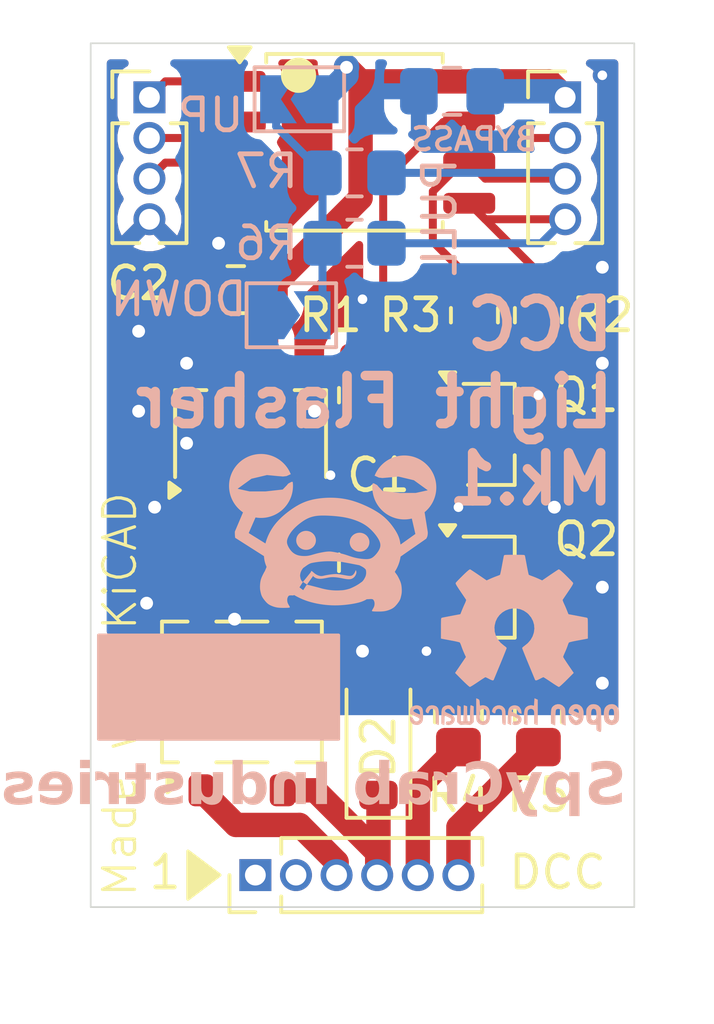
<source format=kicad_pcb>
(kicad_pcb (version 20241229) (generator "pcbnew") (generator_version "9.0")
  (layers (0 "F.Cu" signal) (2 "B.Cu" signal) (13 "F.Paste" user) (15 "B.Paste" user) (5 "F.SilkS" user "F.Silkscreen") (7 "B.SilkS" user "B.Silkscreen") (1 "F.Mask" user) (3 "B.Mask" user) (25 "Edge.Cuts" user))
  (net 0 "")
  (net 1 "Net-(D1-+)")
  (net 2 "GND")
  (net 3 "+5V")
  (net 4 "Left Rail")
  (net 5 "Right Rail")
  (net 6 "Net-(D2-A)")
  (net 7 "Net-(J1-Pin_1)")
  (net 8 "Net-(J1-Pin_2)")
  (net 9 "Net-(J1-Pin_3)")
  (net 10 "PB1")
  (net 11 "PB0")
  (net 12 "INT0")
  (net 15 "DCC Pin5")
  (net 16 "DCC Pin6")
  (net 17 "Net-(JP1-B)")
  (net 18 "Net-(Q1-B)")
  (net 19 "Net-(Q1-C)")
  (net 20 "Net-(Q2-C)")
  (net 21 "Net-(Q2-B)")
  (footprint "Resistor_SMD:R_0805_2012Metric_Pad1.20x1.40mm_HandSolder" (layer "F.Cu") (at 103.5 86.5 90)
    (property "Reference" "R2")
    (property "Value" "1k")
  )
  (footprint "Capacitor_SMD:C_0805_2012Metric_Pad1.18x1.45mm_HandSolder" (layer "F.Cu") (at 94.0375 85.7 180)
    (property "Reference" "C2")
    (property "Value" "22u")
  )
  (footprint "Package_SO:SOIC-8_5.3x5.3mm_P1.27mm" (layer "F.Cu") (at 97.75 81.095)
    (property "Reference" "U1")
    (property "Value" "ATtiny85-20S")
  )
  (footprint "Capacitor_SMD:C_0805_2012Metric_Pad1.18x1.45mm_HandSolder" (layer "F.Cu") (at 98 94.2375 90)
    (property "Reference" "C1")
    (property "Value" "10u")
  )
  (footprint "Package_TO_SOT_SMD:TO-269AA" (layer "F.Cu") (at 94.23 98.275 90)
    (property "Reference" "D1")
    (property "Value" "B05S")
  )
  (footprint "Package_TO_SOT_SMD:SOT-23_Handsoldering" (layer "F.Cu") (at 102 90.225)
    (property "Reference" "Q1")
    (property "Value" "Q_NPN_BEC")
  )
  (footprint "Connector_PinHeader_1.27mm:PinHeader_1x06_P1.27mm_Vertical" (layer "F.Cu") (at 94.65 104 90)
    (property "Reference" "J3")
    (property "Value" "Conn_01x06")
  )
  (footprint "Diode_SMD:D_SOD-123" (layer "F.Cu") (at 98.5 99.85 90)
    (property "Reference" "D2")
    (property "Value" "D")
  )
  (footprint "Resistor_SMD:R_0805_2012Metric_Pad1.20x1.40mm_HandSolder" (layer "F.Cu") (at 101.5 86.5 90)
    (property "Reference" "R3")
    (property "Value" "1k")
  )
  (footprint "Connector_PinHeader_1.27mm:PinHeader_1x04_P1.27mm_Vertical" (layer "F.Cu") (at 104.3375 79.69)
    (property "Reference" "J2")
    (property "Value" "Conn_01x04")
  )
  (footprint "Connector_PinHeader_1.27mm:PinHeader_1x04_P1.27mm_Vertical" (layer "F.Cu") (at 91.3375 79.69)
    (property "Reference" "J1")
    (property "Value" "Conn_01x04")
  )
  (footprint "Package_TO_SOT_SMD:SOT-89-3_Handsoldering" (layer "F.Cu") (at 94.5 90.2 90)
    (property "Reference" "U2")
    (property "Value" "LDI1117-05U")
  )
  (footprint "Package_TO_SOT_SMD:SOT-23_Handsoldering" (layer "F.Cu") (at 102 95)
    (property "Reference" "Q2")
    (property "Value" "Q_NPN_BEC")
  )
  (footprint "Resistor_SMD:R_0805_2012Metric_Pad1.20x1.40mm_HandSolder" (layer "F.Cu") (at 101 99 90)
    (property "Reference" "R4")
    (property "Value" "1k")
  )
  (footprint "Resistor_SMD:R_0805_2012Metric_Pad1.20x1.40mm_HandSolder" (layer "F.Cu") (at 98 89 90)
    (property "Reference" "R1")
    (property "Value" "READ")
  )
  (footprint "Resistor_SMD:R_0805_2012Metric_Pad1.20x1.40mm_HandSolder" (layer "F.Cu") (at 103.5 99 90)
    (property "Reference" "R5")
    (property "Value" "1k")
  )
  (footprint "Jumper:SolderJumper-2_P1.3mm_Open_TrianglePad1.0x1.5mm" (layer "B.Cu") (at 96.025 79.75 180)
    (property "Reference" "UP")
    (property "Value" "UP")
  )
  (footprint "Resistor_SMD:R_0805_2012Metric_Pad1.20x1.40mm_HandSolder" (layer "B.Cu") (at 97.75 82.05)
    (property "Reference" "R7")
    (property "Value" "PULL")
  )
  (footprint "Symbol:OSHW-Logo2_7.3x6mm_SilkScreen" (layer "B.Cu") (at 102.75 96.75 180)
    (property "Reference" "REF**" (hide yes))
    (property "Value" "OSHW-Logo2_7.3x6mm_SilkScreen" (hide yes))
  )
  (footprint "Capacitor_SMD:C_0805_2012Metric_Pad1.18x1.45mm_HandSolder" (layer "B.Cu") (at 100.8 79.5)
    (property "Reference" "C3")
    (property "Value" "BYPASS")
  )
  (footprint "Resistor_SMD:R_0805_2012Metric_Pad1.20x1.40mm_HandSolder" (layer "B.Cu") (at 97.75 84.25)
    (property "Reference" "R6")
    (property "Value" "PULL")
  )
  (footprint "Jumper:SolderJumper-2_P1.3mm_Open_TrianglePad1.0x1.5mm" (layer "B.Cu") (at 95.775 86.5)
    (property "Reference" "DOWN")
    (property "Value" "DOWN")
  )
  (gr_poly (pts (xy 93.541361 104) (xy 92.541361 103.25) (xy 92.541361 104.75)) (stroke (width 0.1)) (fill yes) (layer "F.SilkS"))
  (gr_circle (center 96 79) (end 96.5 79) (stroke (width 0.1)) (fill yes) (layer "F.SilkS"))
  (gr_poly (pts (xy 94.945879 94.499506) (xy 94.94573 94.499717) (xy 94.945579 94.499921) (xy 94.945425 94.50012) (xy 94.945271 94.500316) (xy 94.945117 94.500513) (xy 94.944963 94.500713) (xy 94.944812 94.500919) (xy 94.944738 94.501025) (xy 94.944664 94.501134) (xy 94.937679 94.511994) (xy 94.930577 94.523738) (xy 94.923385 94.536238) (xy 94.91613 94.549369) (xy 94.908839 94.563005) (xy 94.901539 94.577019) (xy 94.887019 94.605676) (xy 94.872799 94.63452) (xy 94.865887 94.648986) (xy 94.859154 94.663506) (xy 94.852638 94.678098) (xy 94.846375 94.69278) (xy 94.840399 94.707571) (xy 94.834749 94.72249) (xy 94.829453 94.737574) (xy 94.824518 94.752946) (xy 94.819944 94.768751) (xy 94.81573 94.785132) (xy 94.811877 94.802233) (xy 94.808384 94.820199) (xy 94.80525 94.839175) (xy 94.802477 94.859303) (xy 94.800067 94.880648) (xy 94.798044 94.902949) (xy 94.796435 94.925863) (xy 94.795267 94.949047) (xy 94.794568 94.972159) (xy 94.794364 94.994857) (xy 94.794683 95.016797) (xy 94.795552 95.037638) (xy 94.796199 95.047551) (xy 94.796981 95.057128) (xy 94.798915 95.075375) (xy 94.801281 95.092577) (xy 94.804008 95.108934) (xy 94.807022 95.124641) (xy 94.810253 95.139898) (xy 94.817075 95.169853) (xy 94.82426 95.2002) (xy 94.828349 95.215746) (xy 94.833032 95.231626) (xy 94.838509 95.247902) (xy 94.841606 95.256209) (xy 94.844976 95.264638) (xy 94.848642 95.273198) (xy 94.852631 95.281896) (xy 94.856966 95.290742) (xy 94.861672 95.299741) (xy 94.866764 95.308897) (xy 94.872218 95.318184) (xy 94.877997 95.327572) (xy 94.884069 95.337031) (xy 94.896946 95.356039) (xy 94.91057 95.374966) (xy 94.924663 95.393569) (xy 94.938945 95.411605) (xy 94.953138 95.428831) (xy 94.966963 95.445004) (xy 94.980213 95.45994) (xy 94.992977 95.473697) (xy 94.999228 95.48017) (xy 95.005418 95.486392) (xy 95.011567 95.492378) (xy 95.017696 95.498142) (xy 95.023825 95.503699) (xy 95.029974 95.509063) (xy 95.036164 95.514249) (xy 95.042415 95.519272) (xy 95.048746 95.524146) (xy 95.055179 95.528885) (xy 95.061733 95.533506) (xy 95.068429 95.538021) (xy 95.082298 95.546779) (xy 95.096796 95.555196) (xy 95.111907 95.563288) (xy 95.127612 95.571074) (xy 95.143894 95.578572) (xy 95.160734 95.5858) (xy 95.178115 95.592776) (xy 95.196018 95.599516) (xy 95.214442 95.606026) (xy 95.233441 95.612256) (xy 95.253089 95.618143) (xy 95.273458 95.623624) (xy 95.294619 95.628636) (xy 95.316645 95.633118) (xy 95.339608 95.637006) (xy 95.363579 95.640237) (xy 95.388572 95.642773) (xy 95.414355 95.64467) (xy 95.440643 95.646008) (xy 95.467147 95.64687) (xy 95.493578 95.647335) (xy 95.51965 95.647485) (xy 95.569562 95.647162) (xy 95.614757 95.646395) (xy 95.635136 95.645815) (xy 95.653831 95.645054) (xy 95.670688 95.644078) (xy 95.685555 95.642849) (xy 95.698276 95.641331) (xy 95.703785 95.640452) (xy 95.7087 95.639488) (xy 95.71093 95.638972) (xy 95.713011 95.638433) (xy 95.714945 95.63787) (xy 95.716736 95.637282) (xy 95.718389 95.636669) (xy 95.719906 95.63603) (xy 95.721291 95.635364) (xy 95.722547 95.63467) (xy 95.723678 95.633949) (xy 95.724688 95.633198) (xy 95.72558 95.632418) (xy 95.726358 95.631608) (xy 95.727024 95.630767) (xy 95.727584 95.629894) (xy 95.728039 95.628989) (xy 95.728394 95.62805) (xy 95.728652 95.627078) (xy 95.728817 95.626071) (xy 95.728892 95.62503) (xy 95.728881 95.623952) (xy 95.728787 95.622837) (xy 95.728614 95.621686) (xy 95.728365 95.620496) (xy 95.728044 95.619268) (xy 95.727199 95.616693) (xy 95.726108 95.613954) (xy 95.724798 95.611047) (xy 95.723299 95.607965) (xy 95.71982 95.601279) (xy 95.715791 95.593963) (xy 95.70648 95.577801) (xy 95.696161 95.560197) (xy 95.685627 95.541872) (xy 95.680518 95.532636) (xy 95.675599 95.523327) (xy 95.670914 95.513875) (xy 95.666509 95.504206) (xy 95.664425 95.499268) (xy 95.662428 95.494249) (xy 95.660523 95.489139) (xy 95.658716 95.483931) (xy 95.657012 95.478615) (xy 95.655418 95.473181) (xy 95.653938 95.467622) (xy 95.652579 95.461928) (xy 95.651345 95.456094) (xy 95.650239 95.450136) (xy 95.64926 95.444071) (xy 95.648411 95.43792) (xy 95.647692 95.431702) (xy 95.647105 95.425435) (xy 95.646651 95.419138) (xy 95.646331 95.412832) (xy 95.646146 95.406534) (xy 95.646097 95.400265) (xy 95.646185 95.394043) (xy 95.646413 95.387887) (xy 95.646779 95.381817) (xy 95.647287 95.375852) (xy 95.647937 95.37001) (xy 95.648729 95.364311) (xy 95.649665 95.358771) (xy 95.650736 95.353391) (xy 95.651933 95.348168) (xy 95.653248 95.343101) (xy 95.65467 95.338186) (xy 95.656192 95.333423) (xy 95.657804 95.328808) (xy 95.659498 95.324339) (xy 95.661263 95.320015) (xy 95.663091 95.315833) (xy 95.664974 95.31179) (xy 95.666901 95.307884) (xy 95.668864 95.304114) (xy 95.670854 95.300477) (xy 95.674878 95.293592) (xy 95.6769 95.290341) (xy 95.678947 95.287219) (xy 95.681046 95.28423) (xy 95.683222 95.281376) (xy 95.685502 95.278663) (xy 95.687911 95.276092) (xy 95.690475 95.273667) (xy 95.693221 95.271393) (xy 95.696174 95.269271) (xy 95.699359 95.267306) (xy 95.702804 95.265501) (xy 95.706534 95.263859) (xy 95.710575 95.262384) (xy 95.714953 95.26108) (xy 95.719693 95.259948) (xy 95.724823 95.258994) (xy 95.730352 95.258218) (xy 95.736237 95.257608) (xy 95.742416 95.257151) (xy 95.748831 95.256834) (xy 95.762127 95.256564) (xy 95.775649 95.25669) (xy 95.788919 95.257104) (xy 95.801458 95.257699) (xy 95.82244 95.258994) (xy 95.824764 95.25914) (xy 95.825848 95.259194) (xy 95.826877 95.259232) (xy 95.827846 95.259248) (xy 95.828752 95.259238) (xy 95.829592 95.259199) (xy 95.829986 95.259167) (xy 95.830363 95.259126) (xy 95.830721 95.259076) (xy 95.831061 95.259016) (xy 95.831381 95.258945) (xy 95.831682 95.258864) (xy 95.831964 95.258771) (xy 95.832225 95.258666) (xy 95.832465 95.258548) (xy 95.832684 95.258418) (xy 95.832882 95.258275) (xy 95.833057 95.258117) (xy 95.833211 95.257945) (xy 95.833341 95.257758) (xy 95.833449 95.257555) (xy 95.833533 95.257337) (xy 95.833593 95.257102) (xy 95.833628 95.25685) (xy 95.941735 95.225069) (xy 95.013885 94.336234)) (fill yes) (layer "B.SilkS"))
  (gr_poly (pts (xy 96.219574 93.240344) (xy 96.203917 93.241489) (xy 96.188487 93.243375) (xy 96.173305 93.245984) (xy 96.158389 93.249295) (xy 96.143759 93.253292) (xy 96.129433 93.257955) (xy 96.115433 93.263266) (xy 96.101776 93.269205) (xy 96.088482 93.275755) (xy 96.075571 93.282897) (xy 96.063063 93.290611) (xy 96.050975 93.29888) (xy 96.039328 93.307685) (xy 96.028141 93.317007) (xy 96.017434 93.326828) (xy 96.007226 93.337128) (xy 95.997535 93.34789) (xy 95.988383 93.359094) (xy 95.979787 93.370722) (xy 95.971768 93.382756) (xy 95.964344 93.395177) (xy 95.957536 93.407965) (xy 95.951362 93.421103) (xy 95.945841 93.434572) (xy 95.940994 93.448352) (xy 95.93684 93.462427) (xy 95.933397 93.476776) (xy 95.930686 93.491382) (xy 95.928725 93.506225) (xy 95.927535 93.521287) (xy 95.927133 93.53655) (xy 95.927535 93.551812) (xy 95.928725 93.566875) (xy 95.930686 93.581718) (xy 95.933397 93.596323) (xy 95.93684 93.610673) (xy 95.940994 93.624747) (xy 95.945841 93.638528) (xy 95.951362 93.651997) (xy 95.957536 93.665135) (xy 95.964344 93.677923) (xy 95.971768 93.690343) (xy 95.979787 93.702377) (xy 95.988383 93.714005) (xy 95.997535 93.72521) (xy 96.007226 93.735972) (xy 96.017434 93.746272) (xy 96.028141 93.756093) (xy 96.039328 93.765415) (xy 96.050975 93.774219) (xy 96.063063 93.782488) (xy 96.075571 93.790203) (xy 96.088482 93.797345) (xy 96.101776 93.803895) (xy 96.115433 93.809834) (xy 96.129433 93.815145) (xy 96.143759 93.819808) (xy 96.158389 93.823804) (xy 96.173305 93.827116) (xy 96.188487 93.829724) (xy 96.203917 93.831611) (xy 96.219574 93.832756) (xy 96.235439 93.833142) (xy 96.251305 93.832756) (xy 96.266962 93.831611) (xy 96.282391 93.829724) (xy 96.297574 93.827116) (xy 96.31249 93.823804) (xy 96.32712 93.819808) (xy 96.341445 93.815145) (xy 96.355446 93.809834) (xy 96.369103 93.803895) (xy 96.382396 93.797345) (xy 96.395307 93.790203) (xy 96.407816 93.782488) (xy 96.419904 93.774219) (xy 96.431551 93.765415) (xy 96.442738 93.756093) (xy 96.453445 93.746272) (xy 96.463653 93.735972) (xy 96.473343 93.72521) (xy 96.482496 93.714005) (xy 96.491092 93.702377) (xy 96.499111 93.690343) (xy 96.506535 93.677923) (xy 96.513343 93.665135) (xy 96.519517 93.651997) (xy 96.525038 93.638528) (xy 96.529885 93.624747) (xy 96.534039 93.610673) (xy 96.537482 93.596323) (xy 96.540193 93.581718) (xy 96.542154 93.566875) (xy 96.543344 93.551812) (xy 96.543746 93.53655) (xy 96.543344 93.521287) (xy 96.542154 93.506225) (xy 96.540193 93.491382) (xy 96.537482 93.476776) (xy 96.534039 93.462427) (xy 96.529885 93.448352) (xy 96.525038 93.434572) (xy 96.519517 93.421103) (xy 96.513343 93.407965) (xy 96.506535 93.395177) (xy 96.499111 93.382756) (xy 96.491092 93.370722) (xy 96.482496 93.359094) (xy 96.473343 93.34789) (xy 96.463653 93.337128) (xy 96.453445 93.326828) (xy 96.442738 93.317007) (xy 96.431551 93.307685) (xy 96.419904 93.29888) (xy 96.407816 93.290611) (xy 96.395307 93.282897) (xy 96.382396 93.275755) (xy 96.369103 93.269205) (xy 96.355446 93.263266) (xy 96.341445 93.257955) (xy 96.32712 93.253292) (xy 96.31249 93.249295) (xy 96.297574 93.245984) (xy 96.282391 93.243375) (xy 96.266962 93.241489) (xy 96.251305 93.240344) (xy 96.235439 93.239958)) (fill yes) (layer "B.SilkS"))
  (gr_poly (pts (xy 99.512705 92.785527) (xy 99.542678 92.856995) (xy 99.653368 93.33663) (xy 99.204791 93.65705) (xy 99.172984 93.673664) (xy 99.177945 93.761307) (xy 99.194818 93.754047) (xy 99.173734 94.05607) (xy 99.99464 93.484218) (xy 100.007648 93.459024) (xy 100.013831 93.44631) (xy 100.019581 93.433441) (xy 100.022244 93.426929) (xy 100.024737 93.420357) (xy 100.02704 93.413716) (xy 100.029134 93.407) (xy 100.030997 93.400202) (xy 100.032609 93.393313) (xy 100.03395 93.386328) (xy 100.034999 93.379238) (xy 100.037106 93.366533) (xy 100.038818 93.353708) (xy 100.040148 93.340796) (xy 100.041107 93.327832) (xy 100.041709 93.314848) (xy 100.041964 93.301879) (xy 100.041885 93.288957) (xy 100.041484 93.276117) (xy 99.941594 92.654088)) (fill yes) (layer "B.SilkS"))
  (gr_poly (pts (xy 97.892139 93.299023) (xy 97.876481 93.300168) (xy 97.861052 93.302054) (xy 97.84587 93.304663) (xy 97.830954 93.307975) (xy 97.816323 93.311971) (xy 97.801998 93.316634) (xy 97.787997 93.321945) (xy 97.774341 93.327884) (xy 97.761047 93.334434) (xy 97.748136 93.341576) (xy 97.735627 93.34929) (xy 97.72354 93.357559) (xy 97.711893 93.366364) (xy 97.700706 93.375686) (xy 97.689999 93.385507) (xy 97.67979 93.395807) (xy 97.6701 93.406569) (xy 97.660948 93.417773) (xy 97.652352 93.429402) (xy 97.644333 93.441435) (xy 97.636909 93.453856) (xy 97.6301 93.466644) (xy 97.623926 93.479782) (xy 97.618406 93.493251) (xy 97.613559 93.507032) (xy 97.609404 93.521106) (xy 97.605962 93.535455) (xy 97.60325 93.550061) (xy 97.60129 93.564904) (xy 97.600099 93.579966) (xy 97.599698 93.595229) (xy 97.600099 93.610492) (xy 97.60129 93.625554) (xy 97.60325 93.640397) (xy 97.605962 93.655003) (xy 97.609404 93.669352) (xy 97.613559 93.683426) (xy 97.618406 93.697207) (xy 97.623926 93.710676) (xy 97.6301 93.723814) (xy 97.636909 93.736602) (xy 97.644333 93.749023) (xy 97.652352 93.761056) (xy 97.660948 93.772685) (xy 97.6701 93.783889) (xy 97.67979 93.794651) (xy 97.689999 93.804951) (xy 97.700706 93.814772) (xy 97.711893 93.824094) (xy 97.72354 93.832899) (xy 97.735627 93.841168) (xy 97.748136 93.848882) (xy 97.761047 93.856024) (xy 97.774341 93.862574) (xy 97.787997 93.868513) (xy 97.801998 93.873824) (xy 97.816323 93.878487) (xy 97.830954 93.882483) (xy 97.84587 93.885795) (xy 97.861052 93.888404) (xy 97.876481 93.89029) (xy 97.892139 93.891435) (xy 97.908004 93.891821) (xy 97.923869 93.891435) (xy 97.939526 93.89029) (xy 97.954956 93.888404) (xy 97.970138 93.885795) (xy 97.985054 93.882483) (xy 97.999685 93.878487) (xy 98.01401 93.873824) (xy 98.028011 93.868513) (xy 98.041667 93.862574) (xy 98.054961 93.856024) (xy 98.067872 93.848882) (xy 98.080381 93.841168) (xy 98.092468 93.832899) (xy 98.104115 93.824094) (xy 98.115302 93.814772) (xy 98.126009 93.804951) (xy 98.136218 93.794651) (xy 98.145908 93.783889) (xy 98.15506 93.772685) (xy 98.163656 93.761056) (xy 98.171675 93.749023) (xy 98.179099 93.736602) (xy 98.185908 93.723814) (xy 98.192082 93.710676) (xy 98.197602 93.697207) (xy 98.202449 93.683426) (xy 98.206604 93.669352) (xy 98.210046 93.655003) (xy 98.212758 93.640397) (xy 98.214718 93.625554) (xy 98.215909 93.610492) (xy 98.21631 93.595229) (xy 98.215909 93.579966) (xy 98.214718 93.564904) (xy 98.212758 93.550061) (xy 98.210046 93.535455) (xy 98.206604 93.521106) (xy 98.202449 93.507032) (xy 98.197602 93.493251) (xy 98.192082 93.479782) (xy 98.185908 93.466644) (xy 98.179099 93.453856) (xy 98.171675 93.441435) (xy 98.163656 93.429402) (xy 98.15506 93.417773) (xy 98.145908 93.406569) (xy 98.136218 93.395807) (xy 98.126009 93.385507) (xy 98.115302 93.375686) (xy 98.104115 93.366364) (xy 98.092468 93.357559) (xy 98.080381 93.34929) (xy 98.067872 93.341576) (xy 98.054961 93.334434) (xy 98.041667 93.327884) (xy 98.028011 93.321945) (xy 98.01401 93.316634) (xy 97.999685 93.311971) (xy 97.985054 93.307975) (xy 97.970138 93.304663) (xy 97.954956 93.302054) (xy 97.939526 93.300168) (xy 97.923869 93.299023) (xy 97.908004 93.298637)) (fill yes) (layer "B.SilkS"))
  (gr_poly (pts (xy 98.108398 95.342761) (xy 98.147595 95.377358) (xy 98.232912 95.372733) (xy 98.237408 95.371698) (xy 98.245397 95.371432) (xy 98.253424 95.37125) (xy 98.261417 95.371181) (xy 98.269301 95.371254) (xy 98.277002 95.371494) (xy 98.284444 95.371932) (xy 98.291554 95.372594) (xy 98.294961 95.373018) (xy 98.298257 95.373509) (xy 98.300872 95.373963) (xy 98.303387 95.374463) (xy 98.305805 95.375007) (xy 98.308128 95.375594) (xy 98.310362 95.376225) (xy 98.312507 95.376899) (xy 98.314569 95.377615) (xy 98.31655 95.378374) (xy 98.318453 95.379174) (xy 98.320282 95.380015) (xy 98.322039 95.380898) (xy 98.323729 95.38182) (xy 98.325354 95.382783) (xy 98.326917 95.383785) (xy 98.328422 95.384827) (xy 98.329872 95.385907) (xy 98.331271 95.387025) (xy 98.33262 95.388182) (xy 98.335187 95.390606) (xy 98.337598 95.393177) (xy 98.33988 95.39589) (xy 98.342058 95.398743) (xy 98.344158 95.401732) (xy 98.346206 95.404854) (xy 98.348228 95.408106) (xy 98.352251 95.414989) (xy 98.356201 95.422394) (xy 98.360007 95.430339) (xy 98.361833 95.434519) (xy 98.363596 95.438841) (xy 98.365286 95.443307) (xy 98.366896 95.447919) (xy 98.368416 95.452681) (xy 98.369837 95.457593) (xy 98.37115 95.462659) (xy 98.372346 95.46788) (xy 98.373416 95.473259) (xy 98.374351 95.478799) (xy 98.375144 95.484498) (xy 98.375793 95.490339) (xy 98.376301 95.496305) (xy 98.376668 95.502375) (xy 98.376895 95.508531) (xy 98.376983 95.514753) (xy 98.376935 95.521022) (xy 98.376749 95.52732) (xy 98.375975 95.539923) (xy 98.375388 95.54619) (xy 98.374669 95.552408) (xy 98.37382 95.558559) (xy 98.372842 95.564624) (xy 98.371735 95.570582) (xy 98.370501 95.576416) (xy 98.369142 95.58211) (xy 98.367662 95.58767) (xy 98.366068 95.593103) (xy 98.364364 95.598419) (xy 98.362558 95.603627) (xy 98.360653 95.608736) (xy 98.358655 95.613756) (xy 98.356572 95.618694) (xy 98.352166 95.628363) (xy 98.347481 95.637815) (xy 98.342562 95.647124) (xy 98.337454 95.65636) (xy 98.33221 95.665569) (xy 98.32692 95.674689) (xy 98.3166 95.692302) (xy 98.307289 95.708473) (xy 98.303261 95.715792) (xy 98.299782 95.72248) (xy 98.298282 95.725561) (xy 98.296974 95.728467) (xy 98.295884 95.731205) (xy 98.29543 95.732511) (xy 98.295041 95.733778) (xy 98.294721 95.735005) (xy 98.294473 95.736194) (xy 98.294301 95.737345) (xy 98.294208 95.738458) (xy 98.294198 95.739534) (xy 98.294274 95.740575) (xy 98.29444 95.74158) (xy 98.2947 95.742551) (xy 98.295056 95.743489) (xy 98.295512 95.744393) (xy 98.296073 95.745264) (xy 98.296741 95.746105) (xy 98.297519 95.746914) (xy 98.298412 95.747693) (xy 98.299423 95.748442) (xy 98.300555 95.749163) (xy 98.301813 95.749855) (xy 98.303198 95.75052) (xy 98.304716 95.751159) (xy 98.306369 95.751772) (xy 98.308161 95.752359) (xy 98.310096 95.752921) (xy 98.312176 95.75346) (xy 98.314406 95.753976) (xy 98.324829 95.75582) (xy 98.337548 95.757341) (xy 98.35241 95.758574) (xy 98.369262 95.759555) (xy 98.387952 95.76032) (xy 98.408327 95.760905) (xy 98.453519 95.761676) (xy 98.503431 95.761999) (xy 98.529502 95.761849) (xy 98.555934 95.761384) (xy 98.582438 95.760523) (xy 98.608725 95.759184) (xy 98.634509 95.757287) (xy 98.659501 95.754751) (xy 98.671618 95.753221) (xy 98.683474 95.751519) (xy 98.70644 95.747628) (xy 98.72847 95.743142) (xy 98.749636 95.738125) (xy 98.770009 95.732639) (xy 98.789661 95.726748) (xy 98.808664 95.720516) (xy 98.827088 95.714005) (xy 98.844992 95.707264) (xy 98.862373 95.700288) (xy 98.879213 95.693061) (xy 98.895495 95.685563) (xy 98.9112 95.677777) (xy 98.92631 95.669684) (xy 98.940809 95.661268) (xy 98.947823 95.656933) (xy 98.954677 95.65251) (xy 98.961373 95.647995) (xy 98.967926 95.643375) (xy 98.974358 95.638637) (xy 98.980688 95.633764) (xy 98.986936 95.628743) (xy 98.993124 95.623559) (xy 98.999271 95.618198) (xy 99.005398 95.612643) (xy 99.011524 95.606882) (xy 99.017671 95.600899) (xy 99.030107 95.588208) (xy 99.042869 95.574453) (xy 99.056118 95.559518) (xy 99.069944 95.543345) (xy 99.084139 95.52612) (xy 99.098426 95.508084) (xy 99.112523 95.489481) (xy 99.126153 95.470553) (xy 99.139034 95.451545) (xy 99.145107 95.442086) (xy 99.150888 95.432698) (xy 99.156342 95.423411) (xy 99.161435 95.414255) (xy 99.16614 95.405255) (xy 99.170475 95.396409) (xy 99.174462 95.387709) (xy 99.178127 95.379148) (xy 99.181494 95.370717) (xy 99.184589 95.362408) (xy 99.187437 95.354214) (xy 99.190061 95.346127) (xy 99.19474 95.330243) (xy 99.198825 95.314692) (xy 99.206005 95.284341) (xy 99.212827 95.254387) (xy 99.216058 95.23913) (xy 99.219073 95.223422) (xy 99.2218 95.207066) (xy 99.224166 95.189864) (xy 99.2261 95.171616) (xy 99.227529 95.152127) (xy 99.228398 95.131287) (xy 99.228717 95.109349) (xy 99.228513 95.086656) (xy 99.227814 95.063548) (xy 99.226646 95.040369) (xy 99.225037 95.017459) (xy 99.223014 94.995161) (xy 99.220604 94.973817) (xy 99.21783 94.953689) (xy 99.214697 94.934713) (xy 99.211204 94.916747) (xy 99.20735 94.899646) (xy 99.203137 94.883265) (xy 99.198563 94.86746) (xy 99.193628 94.852088) (xy 99.188332 94.837004) (xy 99.182681 94.822084) (xy 99.176706 94.80729) (xy 99.170442 94.792604) (xy 99.163926 94.778007) (xy 99.157194 94.763483) (xy 99.150282 94.749013) (xy 99.136061 94.720163) (xy 99.121542 94.691507) (xy 99.114242 94.677493) (xy 99.106951 94.663857) (xy 99.099696 94.650726) (xy 99.092504 94.638226) (xy 99.085402 94.626482) (xy 99.078416 94.615622) (xy 99.077064 94.613619) (xy 99.075703 94.611669) (xy 99.074321 94.609785) (xy 99.073619 94.60887) (xy 99.072909 94.607975) (xy 99.072188 94.607101) (xy 99.071455 94.606251) (xy 99.070709 94.605424) (xy 99.069949 94.604622) (xy 99.069173 94.603847) (xy 99.06838 94.6031) (xy 99.067569 94.602383) (xy 99.066738 94.601695) (xy 98.993874 94.498808)) (fill yes) (layer "B.SilkS"))
  (gr_poly (pts (xy 96.138415 94.83535) (xy 96.262723 94.921082) (xy 96.46961 94.629911) (xy 96.429457 94.594228) (xy 96.403179 94.505991)) (fill yes) (layer "B.SilkS"))
  (gr_poly (pts (xy 96.912548 92.204758) (xy 96.837154 92.208131) (xy 96.762879 92.213498) (xy 96.68996 92.220794) (xy 96.618633 92.229955) (xy 96.549135 92.240919) (xy 96.481701 92.253622) (xy 96.416378 92.268074) (xy 96.352764 92.284496) (xy 96.290429 92.303131) (xy 96.259606 92.313357) (xy 96.228941 92.324228) (xy 96.198379 92.335775) (xy 96.167867 92.34803) (xy 96.13735 92.361023) (xy 96.106776 92.374784) (xy 96.076089 92.389345) (xy 96.045237 92.404737) (xy 96.014164 92.420989) (xy 95.982817 92.438133) (xy 95.918897 92.475358) (xy 95.853601 92.516312) (xy 95.78762 92.560511) (xy 95.721642 92.607472) (xy 95.656355 92.65671) (xy 95.592448 92.707742) (xy 95.53061 92.760083) (xy 95.471531 92.813252) (xy 95.41548 92.867103) (xy 95.388513 92.8944) (xy 95.362247 92.92199) (xy 95.336676 92.949903) (xy 95.311798 92.978174) (xy 95.287607 93.006835) (xy 95.2641 93.035918) (xy 95.241272 93.065457) (xy 95.21912 93.095483) (xy 95.197639 93.12603) (xy 95.176825 93.15713) (xy 95.156674 93.188817) (xy 95.137182 93.221122) (xy 95.118345 93.254078) (xy 95.100158 93.287719) (xy 95.082673 93.321905) (xy 95.065957 93.35647) (xy 95.050029 93.391399) (xy 95.034907 93.42668) (xy 95.02061 93.4623) (xy 95.007156 93.498247) (xy 94.994565 93.534508) (xy 94.982856 93.571069) (xy 94.972047 93.607918) (xy 94.962157 93.645043) (xy 94.953204 93.68243) (xy 94.945208 93.720066) (xy 94.938188 93.757939) (xy 94.932161 93.796036) (xy 94.927148 93.834344) (xy 94.923166 93.872851) (xy 94.920266 93.91133) (xy 94.91855 93.949603) (xy 94.918112 93.98773) (xy 94.919049 94.025771) (xy 94.921458 94.063785) (xy 94.925434 94.101831) (xy 94.931073 94.139968) (xy 94.938472 94.178257) (xy 94.947727 94.216756) (xy 94.958933 94.255524) (xy 94.972187 94.294622) (xy 94.987585 94.334109) (xy 95.005223 94.374043) (xy 95.025197 94.414485) (xy 95.047603 94.455493) (xy 95.072537 94.497128) (xy 95.100033 94.539312) (xy 95.129933 94.581836) (xy 95.162046 94.624559) (xy 95.196181 94.667341) (xy 95.232146 94.71004) (xy 95.269751 94.752516) (xy 95.308805 94.794629) (xy 95.349116 94.836238) (xy 95.390494 94.877203) (xy 95.432747 94.917382) (xy 95.475684 94.956635) (xy 95.519114 94.994822) (xy 95.562847 95.031802) (xy 95.60669 95.067434) (xy 95.650454 95.101577) (xy 95.693946 95.134092) (xy 95.737246 95.164972) (xy 95.780566 95.194336) (xy 95.823911 95.222224) (xy 95.867289 95.24868) (xy 95.910705 95.273746) (xy 95.954166 95.297464) (xy 95.997679 95.319876) (xy 96.041249 95.341025) (xy 96.084884 95.360952) (xy 96.128589 95.379701) (xy 96.172371 95.397313) (xy 96.216237 95.413832) (xy 96.260193 95.429298) (xy 96.304245 95.443754) (xy 96.392663 95.469808) (xy 96.482206 95.492593) (xy 96.573306 95.512469) (xy 96.665594 95.529413) (xy 96.7587 95.543404) (xy 96.852252 95.554417) (xy 96.945882 95.56243) (xy 97.03922 95.567419) (xy 97.131894 95.569362) (xy 97.224348 95.568213) (xy 97.316565 95.564178) (xy 97.407491 95.557617) (xy 97.496072 95.548886) (xy 97.581254 95.538346) (xy 97.661982 95.526353) (xy 97.737201 95.513266) (xy 97.805858 95.499444) (xy 97.869069 95.484654) (xy 97.89955 95.476515) (xy 97.929493 95.467701) (xy 97.959054 95.458076) (xy 97.988392 95.447505) (xy 98.017664 95.435852) (xy 98.047029 95.422983) (xy 98.076644 95.408761) (xy 98.106666 95.393053) (xy 98.137254 95.375722) (xy 98.168566 95.356634) (xy 98.200758 95.335653) (xy 98.23399 95.312644) (xy 98.268418 95.287472) (xy 98.3042 95.260001) (xy 98.380665 95.197799) (xy 98.462517 95.127017) (xy 98.547517 95.049407) (xy 98.633424 94.966718) (xy 98.717997 94.880703) (xy 98.759084 94.836994) (xy 98.798998 94.79311) (xy 98.837458 94.749269) (xy 98.874185 94.705691) (xy 98.908899 94.662593) (xy 98.941319 94.620195) (xy 98.971232 94.578675) (xy 98.991042 94.549367) (xy 98.114594 94.549367) (xy 98.113983 94.565786) (xy 98.112622 94.582163) (xy 98.110504 94.598446) (xy 98.107621 94.614582) (xy 98.103965 94.630518) (xy 98.099529 94.646203) (xy 98.094304 94.661585) (xy 98.088284 94.67661) (xy 98.081461 94.691227) (xy 98.073827 94.705384) (xy 98.06221 94.727398) (xy 98.056152 94.738228) (xy 98.04989 94.748903) (xy 98.043399 94.759394) (xy 98.03665 94.769672) (xy 98.029617 94.77971) (xy 98.022274 94.78948) (xy 98.014592 94.798953) (xy 98.006545 94.8081) (xy 97.998105 94.816894) (xy 97.989247 94.825307) (xy 97.979942 94.833309) (xy 97.970164 94.840873) (xy 97.959886 94.847971) (xy 97.94908 94.854574) (xy 97.929386 94.869339) (xy 97.909362 94.88366) (xy 97.889027 94.897549) (xy 97.8684 94.91102) (xy 97.82635 94.936754) (xy 97.783366 94.960964) (xy 97.739604 94.983749) (xy 97.695219 95.00521) (xy 97.650365 95.025447) (xy 97.605199 95.044562) (xy 97.570584 95.054957) (xy 97.535797 95.064688) (xy 97.500822 95.073554) (xy 97.465643 95.081353) (xy 97.430242 95.087885) (xy 97.412454 95.090612) (xy 97.394605 95.092948) (xy 97.376692 95.094866) (xy 97.358715 95.096341) (xy 97.34067 95.097349) (xy 97.322555 95.097863) (xy 97.285193 95.100628) (xy 97.244868 95.102228) (xy 97.204556 95.102846) (xy 97.164272 95.1025) (xy 97.124028 95.101208) (xy 97.08384 95.098987) (xy 97.04372 95.095855) (xy 97.003682 95.091828) (xy 96.96374 95.086925) (xy 96.923907 95.081164) (xy 96.884197 95.074561) (xy 96.805202 95.058901) (xy 96.726863 95.040085) (xy 96.649289 95.018255) (xy 96.462655 94.970052) (xy 96.369166 94.946743) (xy 96.275539 94.924876) (xy 96.275565 94.924671) (xy 96.262749 94.920925) (xy 96.257272 94.928676) (xy 96.257298 94.928702) (xy 96.256908 94.929219) (xy 96.256728 94.929479) (xy 96.254118 94.932967) (xy 96.251638 94.935758) (xy 96.251533 94.935888) (xy 96.249021 94.937811) (xy 96.246601 94.93985) (xy 96.242014 94.94425) (xy 96.237733 94.949036) (xy 96.233715 94.954155) (xy 96.229921 94.959554) (xy 96.226308 94.965181) (xy 96.222838 94.970985) (xy 96.219467 94.976911) (xy 96.212865 94.988925) (xy 96.206176 95.000802) (xy 96.202696 95.006559) (xy 96.199072 95.012124) (xy 96.195262 95.017446) (xy 96.191227 95.022471) (xy 96.146087 95.093733) (xy 96.028885 95.005831) (xy 96.134874 94.840002) (xy 96.138698 94.835454) (xy 96.134564 94.833155) (xy 96.13455 94.833147) (xy 96.134536 94.833139) (xy 96.134523 94.833131) (xy 96.134511 94.833123) (xy 96.134486 94.833106) (xy 96.134461 94.833089) (xy 96.134437 94.833072) (xy 96.134412 94.833055) (xy 96.134399 94.833047) (xy 96.134386 94.833039) (xy 96.134373 94.833032) (xy 96.134359 94.833025) (xy 96.128303 94.829772) (xy 96.122584 94.826223) (xy 96.117189 94.822392) (xy 96.112106 94.818291) (xy 96.107325 94.813935) (xy 96.102831 94.809337) (xy 96.098614 94.804511) (xy 96.094662 94.799471) (xy 96.090963 94.794229) (xy 96.087504 94.7888) (xy 96.081262 94.777436) (xy 96.07584 94.765486) (xy 96.071142 94.75306) (xy 96.067074 94.740266) (xy 96.063539 94.727215) (xy 96.060442 94.714015) (xy 96.057688 94.700775) (xy 96.048188 94.649599) (xy 96.048741 94.632252) (xy 96.050187 94.614909) (xy 96.052502 94.597613) (xy 96.055664 94.580404) (xy 96.059647 94.563324) (xy 96.064429 94.546416) (xy 96.069986 94.529722) (xy 96.076294 94.513282) (xy 96.08333 94.49714) (xy 96.09107 94.481336) (xy 96.09949 94.465913) (xy 96.108567 94.450912) (xy 96.118278 94.436376) (xy 96.128598 94.422346) (xy 96.139504 94.408864) (xy 96.150973 94.395971) (xy 96.166535 94.385702) (xy 96.181946 94.375099) (xy 96.212497 94.353272) (xy 96.242999 94.331255) (xy 96.273826 94.309811) (xy 96.289479 94.299543) (xy 96.305352 94.289703) (xy 96.321494 94.280388) (xy 96.33795 94.271694) (xy 96.354768 94.263715) (xy 96.371993 94.256547) (xy 96.389674 94.250285) (xy 96.407856 94.245025) (xy 96.476362 94.231744) (xy 96.545184 94.220246) (xy 96.614278 94.210548) (xy 96.6836 94.202666) (xy 96.753104 94.196619) (xy 96.822746 94.192422) (xy 96.892482 94.190095) (xy 96.962267 94.189653) (xy 96.962266 94.189653) (xy 96.982209 94.189877) (xy 97.002151 94.190258) (xy 97.022092 94.190795) (xy 97.042029 94.191488) (xy 97.138618 94.194087) (xy 97.186883 94.196) (xy 97.235075 94.198742) (xy 97.283154 94.202628) (xy 97.331081 94.207973) (xy 97.378817 94.215093) (xy 97.4026 94.219417) (xy 97.426321 94.224302) (xy 97.54517 94.24567) (xy 97.663808 94.268169) (xy 97.900866 94.314323) (xy 97.956097 94.34212) (xy 97.983593 94.356727) (xy 97.997126 94.364382) (xy 98.010445 94.37234) (xy 98.023497 94.380649) (xy 98.036229 94.389361) (xy 98.048589 94.398526) (xy 98.060523 94.408193) (xy 98.071979 94.418413) (xy 98.082903 94.429236) (xy 98.093243 94.440713) (xy 98.102946 94.452893) (xy 98.106672 94.468468) (xy 98.109695 94.484314) (xy 98.112006 94.500379) (xy 98.113598 94.516611) (xy 98.114463 94.532958) (xy 98.114594 94.549367) (xy 98.991042 94.549367) (xy 98.998687 94.538056) (xy 99.023796 94.498331) (xy 99.046673 94.45949) (xy 99.067429 94.421525) (xy 99.086179 94.384427) (xy 99.103034 94.348187) (xy 99.118107 94.312797) (xy 99.131512 94.278247) (xy 99.143361 94.244529) (xy 99.153767 94.211634) (xy 99.162843 94.179553) (xy 99.170701 94.148278) (xy 99.177455 94.117799) (xy 99.183217 94.088108) (xy 99.1881 94.059196) (xy 99.192206 94.031047) (xy 99.195589 94.003628) (xy 99.198289 93.976907) (xy 99.200347 93.95085) (xy 99.201803 93.925426) (xy 99.202699 93.900601) (xy 99.203073 93.876342) (xy 99.202968 93.852618) (xy 99.201478 93.806639) (xy 99.198555 93.762402) (xy 99.194521 93.719646) (xy 99.191767 93.695912) (xy 98.558375 93.695912) (xy 98.557302 93.713035) (xy 98.55509 93.73018) (xy 98.551723 93.74738) (xy 98.547183 93.764666) (xy 98.541334 93.782272) (xy 98.534129 93.800335) (xy 98.525688 93.818741) (xy 98.516131 93.837376) (xy 98.505577 93.856126) (xy 98.494146 93.874877) (xy 98.481958 93.893514) (xy 98.469131 93.911925) (xy 98.455786 93.929995) (xy 98.442042 93.94761) (xy 98.428018 93.964656) (xy 98.413835 93.981019) (xy 98.399611 93.996585) (xy 98.385466 94.01124) (xy 98.37152 94.024871) (xy 98.357892 94.037362) (xy 98.344564 94.048762) (xy 98.331389 94.059214) (xy 98.318293 94.068748) (xy 98.305202 94.077396) (xy 98.292045 94.085188) (xy 98.278748 94.092154) (xy 98.265237 94.098327) (xy 98.251439 94.103736) (xy 98.237281 94.108413) (xy 98.222689 94.112388) (xy 98.207591 94.115692) (xy 98.191913 94.118355) (xy 98.175582 94.120409) (xy 98.158525 94.121885) (xy 98.140668 94.122812) (xy 98.121938 94.123223) (xy 98.081165 94.12251) (xy 98.036391 94.119854) (xy 97.988783 94.115452) (xy 97.939512 94.109498) (xy 97.889746 94.102191) (xy 97.840654 94.093725) (xy 97.793405 94.084297) (xy 97.74917 94.074104) (xy 97.708099 94.063234) (xy 97.669149 94.051743) (xy 97.631692 94.039775) (xy 97.595104 94.027478) (xy 97.522024 94.002478) (xy 97.48428 93.990066) (xy 97.444899 93.977909) (xy 97.403412 93.966126) (xy 97.360289 93.954802) (xy 97.316307 93.944025) (xy 97.272245 93.933885) (xy 97.228881 93.924471) (xy 97.186993 93.915872) (xy 97.110759 93.901479) (xy 97.077708 93.895854) (xy 97.047584 93.891346) (xy 97.019451 93.887996) (xy 97.005841 93.886767) (xy 96.992379 93.885842) (xy 96.978948 93.885226) (xy 96.965433 93.884922) (xy 96.951715 93.884938) (xy 96.937679 93.885276) (xy 96.923208 93.885942) (xy 96.908186 93.886941) (xy 96.876019 93.889956) (xy 96.840519 93.894344) (xy 96.802167 93.899995) (xy 96.761741 93.906749) (xy 96.720019 93.914444) (xy 96.677779 93.92292) (xy 96.635798 93.932016) (xy 96.594855 93.941571) (xy 96.555729 93.951425) (xy 96.518978 93.961415) (xy 96.484318 93.971355) (xy 96.419318 93.99029) (xy 96.387999 93.998887) (xy 96.356816 94.006639) (xy 96.32528 94.013346) (xy 96.309227 94.016246) (xy 96.292903 94.018811) (xy 96.276185 94.021017) (xy 96.259036 94.022857) (xy 96.241521 94.024329) (xy 96.223705 94.02543) (xy 96.187426 94.026514) (xy 96.15072 94.026089) (xy 96.114103 94.02414) (xy 96.09599 94.022588) (xy 96.078095 94.020648) (xy 96.06048 94.018318) (xy 96.043212 94.015596) (xy 96.026355 94.012479) (xy 96.009974 94.008967) (xy 95.993979 94.005004) (xy 95.978238 94.000541) (xy 95.962757 93.995574) (xy 95.94754 93.990104) (xy 95.932592 93.984128) (xy 95.917916 93.977645) (xy 95.903517 93.970655) (xy 95.889399 93.963155) (xy 95.875568 93.955144) (xy 95.862026 93.946621) (xy 95.84878 93.937585) (xy 95.835832 93.928034) (xy 95.823188 93.917968) (xy 95.810851 93.907384) (xy 95.798827 93.896281) (xy 95.787119 93.884659) (xy 95.775599 93.872353) (xy 95.76417 93.859263) (xy 95.752892 93.845481) (xy 95.741822 93.831097) (xy 95.731018 93.816204) (xy 95.720537 93.800894) (xy 95.710437 93.785259) (xy 95.700777 93.76939) (xy 95.691613 93.753379) (xy 95.683003 93.737317) (xy 95.675006 93.721298) (xy 95.667679 93.705411) (xy 95.661079 93.68975) (xy 95.655265 93.674406) (xy 95.650294 93.65947) (xy 95.646224 93.645035) (xy 95.643048 93.631015) (xy 95.640701 93.617242) (xy 95.639153 93.603686) (xy 95.638374 93.590315) (xy 95.638332 93.577099) (xy 95.638998 93.564007) (xy 95.640341 93.551008) (xy 95.642331 93.538071) (xy 95.644937 93.525166) (xy 95.648128 93.51226) (xy 95.651875 93.499325) (xy 95.656147 93.486328) (xy 95.660913 93.473239) (xy 95.666144 93.460027) (xy 95.671808 93.446661) (xy 95.677875 93.43311) (xy 95.691221 93.405215) (xy 95.706388 93.376176) (xy 95.723622 93.346038) (xy 95.733091 93.330572) (xy 95.74317 93.314849) (xy 95.753889 93.298875) (xy 95.765279 93.282656) (xy 95.777371 93.266197) (xy 95.790196 93.249504) (xy 95.803785 93.232584) (xy 95.818168 93.215442) (xy 95.833376 93.198084) (xy 95.849441 93.180516) (xy 95.866453 93.162689) (xy 95.884419 93.144606) (xy 95.922823 93.107989) (xy 95.963875 93.0713) (xy 96.0068 93.035178) (xy 96.050818 93.000258) (xy 96.095154 92.967178) (xy 96.13903 92.936575) (xy 96.160553 92.922401) (xy 96.181669 92.909086) (xy 96.202408 92.896603) (xy 96.222882 92.884861) (xy 96.243112 92.873832) (xy 96.263122 92.863493) (xy 96.282934 92.853818) (xy 96.30257 92.844782) (xy 96.322054 92.836361) (xy 96.341408 92.82853) (xy 96.360654 92.821263) (xy 96.379817 92.814536) (xy 96.398917 92.808323) (xy 96.417978 92.8026) (xy 96.437023 92.797342) (xy 96.456074 92.792523) (xy 96.494285 92.784106) (xy 96.523249 92.77876) (xy 96.552771 92.774186) (xy 96.58304 92.770354) (xy 96.614246 92.767237) (xy 96.646576 92.764809) (xy 96.68022 92.763039) (xy 96.715365 92.761902) (xy 96.752202 92.761368) (xy 96.752202 92.761367) (xy 96.777792 92.761334) (xy 96.804271 92.761547) (xy 96.831697 92.762001) (xy 96.860129 92.762685) (xy 96.920127 92.764741) (xy 96.983733 92.767759) (xy 97.050079 92.771808) (xy 97.118298 92.776956) (xy 97.187525 92.783271) (xy 97.256891 92.79082) (xy 97.325531 92.799671) (xy 97.392577 92.809892) (xy 97.457512 92.821561) (xy 97.520405 92.834663) (xy 97.581272 92.849132) (xy 97.640127 92.864898) (xy 97.696985 92.881894) (xy 97.751861 92.900051) (xy 97.80477 92.9193) (xy 97.855727 92.939574) (xy 97.904919 92.960915) (xy 97.928939 92.972052) (xy 97.952594 92.983529) (xy 97.975895 92.995368) (xy 97.998858 93.007591) (xy 98.021494 93.02022) (xy 98.043816 93.033276) (xy 98.065839 93.046783) (xy 98.087575 93.060761) (xy 98.109037 93.075232) (xy 98.130239 93.090219) (xy 98.151194 93.105744) (xy 98.171915 93.121828) (xy 98.192415 93.138494) (xy 98.212707 93.155762) (xy 98.23287 93.173717) (xy 98.252931 93.192371) (xy 98.272829 93.211641) (xy 98.292503 93.231446) (xy 98.311891 93.251702) (xy 98.330932 93.272326) (xy 98.349565 93.293237) (xy 98.367728 93.314351) (xy 98.38536 93.335587) (xy 98.4024 93.35686) (xy 98.418786 93.378089) (xy 98.434457 93.399191) (xy 98.449351 93.420084) (xy 98.463408 93.440684) (xy 98.476566 93.46091) (xy 98.488763 93.480678) (xy 98.5 93.5) (xy 98.510306 93.518965) (xy 98.519665 93.537604) (xy 98.528058 93.555948) (xy 98.535468 93.57403) (xy 98.541878 93.59188) (xy 98.547272 93.609532) (xy 98.55163 93.627016) (xy 98.554937 93.644365) (xy 98.557175 93.661609) (xy 98.558327 93.678781) (xy 98.558375 93.695912) (xy 99.191767 93.695912) (xy 99.189702 93.678108) (xy 99.184294 93.637519) (xy 99.177972 93.597479) (xy 99.170274 93.557536) (xy 99.165765 93.537459) (xy 99.160739 93.517236) (xy 99.155137 93.496811) (xy 99.148903 93.476126) (xy 99.141979 93.455125) (xy 99.134306 93.433752) (xy 99.125827 93.41195) (xy 99.116485 93.389662) (xy 99.106221 93.366831) (xy 99.094979 93.3434) (xy 99.082654 93.319249) (xy 99.069224 93.294359) (xy 99.039287 93.24277) (xy 99.005653 93.189439) (xy 98.968805 93.135173) (xy 98.929227 93.08078) (xy 98.887403 93.027065) (xy 98.865799 93.000714) (xy 98.843816 92.974836) (xy 98.821513 92.94953) (xy 98.79895 92.924899) (xy 98.776066 92.900904) (xy 98.752727 92.877421) (xy 98.72889 92.854419) (xy 98.704512 92.831864) (xy 98.679551 92.809725) (xy 98.653962 92.787971) (xy 98.627702 92.766569) (xy 98.600729 92.745488) (xy 98.572999 92.724695) (xy 98.544469 92.70416) (xy 98.515096 92.683849) (xy 98.484836 92.663732) (xy 98.421484 92.623949) (xy 98.354068 92.584557) (xy 98.282189 92.54526) (xy 98.206206 92.506256) (xy 98.126912 92.468033) (xy 98.045101 92.431076) (xy 97.961564 92.395874) (xy 97.877094 92.362912) (xy 97.792484 92.332678) (xy 97.708526 92.30566) (xy 97.625519 92.282177) (xy 97.543242 92.262116) (xy 97.46171 92.245309) (xy 97.380938 92.231589) (xy 97.300941 92.22079) (xy 97.221734 92.212744) (xy 97.143332 92.207284) (xy 97.065749 92.204245) (xy 96.988825 92.203441)) (fill yes) (layer "B.SilkS"))
  (gr_rect (start 89.75 96.5) (end 97.25 99.75) (stroke (width 0.1)) (fill yes) (layer "B.SilkS"))
  (gr_poly (pts (xy 94.008512 93.262841) (xy 94.008048 93.287126) (xy 94.00811 93.311387) (xy 94.008666 93.335626) (xy 94.009683 93.359845) (xy 94.011131 93.384043) (xy 94.012977 93.408224) (xy 94.015189 93.432388) (xy 94.017736 93.456537) (xy 94.930872 94.037623) (xy 94.97699 93.641008) (xy 94.976991 93.641008) (xy 94.442022 93.308959) (xy 94.663388 92.801661) (xy 94.294444 92.589518)) (fill yes) (layer "B.SilkS"))
  (gr_poly (pts (xy 94.777173 90.837309) (xy 94.727922 90.840973) (xy 94.679089 90.847038) (xy 94.630757 90.85547) (xy 94.583008 90.866236) (xy 94.535923 90.879302) (xy 94.489584 90.894633) (xy 94.444073 90.912196) (xy 94.399473 90.931956) (xy 94.355865 90.953881) (xy 94.313332 90.977935) (xy 94.271954 91.004085) (xy 94.231815 91.032297) (xy 94.192996 91.062537) (xy 94.155579 91.094771) (xy 94.119645 91.128965) (xy 94.08545 91.164897) (xy 94.053216 91.202313) (xy 94.022975 91.241132) (xy 93.994761 91.28127) (xy 93.96861 91.322647) (xy 93.944555 91.36518) (xy 93.92263 91.408788) (xy 93.902868 91.453387) (xy 93.885304 91.498897) (xy 93.869971 91.545236) (xy 93.856905 91.59232) (xy 93.846137 91.64007) (xy 93.837704 91.688401) (xy 93.831637 91.737233) (xy 93.827973 91.786484) (xy 93.826743 91.836072) (xy 93.827972 91.885663) (xy 93.831637 91.934917) (xy 93.837703 91.983752) (xy 93.846136 92.032086) (xy 93.856903 92.079838) (xy 93.86997 92.126925) (xy 93.885302 92.173265) (xy 93.902867 92.218777) (xy 93.922629 92.263378) (xy 93.944554 92.306987) (xy 93.96861 92.349521) (xy 93.994761 92.390899) (xy 94.022975 92.431038) (xy 94.053217 92.469857) (xy 94.085452 92.507274) (xy 94.119648 92.543206) (xy 94.155582 92.577401) (xy 94.192999 92.609635) (xy 94.231819 92.639875) (xy 94.27196 92.668088) (xy 94.313338 92.694238) (xy 94.355872 92.718292) (xy 94.399481 92.740216) (xy 94.444082 92.759977) (xy 94.489594 92.77754) (xy 94.535933 92.79287) (xy 94.583019 92.805936) (xy 94.63077 92.816701) (xy 94.679103 92.825133) (xy 94.727936 92.831198) (xy 94.777188 92.83486) (xy 94.826776 92.836088) (xy 94.87636 92.834858) (xy 94.925609 92.831194) (xy 94.974439 92.825127) (xy 95.022768 92.816694) (xy 95.070516 92.805926) (xy 95.117599 92.79286) (xy 95.163937 92.777527) (xy 95.209446 92.759963) (xy 95.254045 92.740201) (xy 95.297652 92.718276) (xy 95.340184 92.694221) (xy 95.381561 92.668069) (xy 95.421699 92.639856) (xy 95.460518 92.609615) (xy 95.497934 92.57738) (xy 95.533866 92.543185) (xy 95.56806 92.507252) (xy 95.600294 92.469835) (xy 95.630534 92.431016) (xy 95.658746 92.390877) (xy 95.684896 92.349499) (xy 95.70895 92.306966) (xy 95.730874 92.263358) (xy 95.750635 92.218758) (xy 95.768198 92.173247) (xy 95.783529 92.126909) (xy 95.796595 92.079824) (xy 95.807361 92.032074) (xy 95.815793 91.983742) (xy 95.821858 91.93491) (xy 95.825522 91.885659) (xy 95.82675 91.836072) (xy 95.826585 91.81998) (xy 95.826162 91.803896) (xy 95.82548 91.787823) (xy 95.824539 91.771764) (xy 95.823341 91.755723) (xy 95.821884 91.739702) (xy 95.82017 91.723704) (xy 95.818198 91.707733) (xy 95.777528 91.707733) (xy 95.676087 91.763078) (xy 95.634565 91.813799) (xy 95.505452 91.947537) (xy 94.961247 92.007482) (xy 94.472388 92.007482) (xy 94.09422 91.92449) (xy 94.527734 91.610866) (xy 95.011994 91.495575) (xy 95.34864 91.527873) (xy 95.514676 91.541697) (xy 95.625342 91.527873) (xy 95.745257 91.472528) (xy 95.758228 91.473122) (xy 95.743566 91.437511) (xy 95.727646 91.40269) (xy 95.7105 91.368682) (xy 95.692163 91.335509) (xy 95.672664 91.303193) (xy 95.652039 91.271756) (xy 95.630318 91.241221) (xy 95.607536 91.21161) (xy 95.583723 91.182945) (xy 95.558913 91.155248) (xy 95.533139 91.128543) (xy 95.506432 91.102851) (xy 95.478827 91.078194) (xy 95.450354 91.054595) (xy 95.421047 91.032076) (xy 95.390938 91.010659) (xy 95.360061 90.990366) (xy 95.328446 90.971221) (xy 95.296128 90.953244) (xy 95.263139 90.936459) (xy 95.22951 90.920888) (xy 95.195276 90.906553) (xy 95.160468 90.893476) (xy 95.125119 90.881679) (xy 95.089261 90.871186) (xy 95.052928 90.862017) (xy 95.016152 90.854196) (xy 94.978964 90.847744) (xy 94.941399 90.842685) (xy 94.903488 90.83904) (xy 94.865264 90.836831) (xy 94.82676 90.836081)) (fill yes) (layer "B.SilkS"))
  (gr_poly (pts (xy 97.788023 94.468576) (xy 97.787832 94.468619) (xy 97.787656 94.468695) (xy 97.787496 94.468801) (xy 97.787349 94.468934) (xy 97.787215 94.469091) (xy 97.786983 94.469461) (xy 97.786792 94.469885) (xy 97.786636 94.470336) (xy 97.786397 94.471219) (xy 97.786208 94.471962) (xy 97.786112 94.472312) (xy 97.786006 94.472679) (xy 97.785881 94.473084) (xy 97.785728 94.47355) (xy 97.78554 94.474098) (xy 97.78531 94.474751) (xy 97.784688 94.476462) (xy 97.783798 94.478862) (xy 97.780962 94.486437) (xy 97.780961 94.486437) (xy 97.776376 94.498453) (xy 97.773395 94.505898) (xy 97.769955 94.514088) (xy 97.766057 94.522863) (xy 97.761701 94.532066) (xy 97.759351 94.536777) (xy 97.756886 94.541536) (xy 97.754306 94.546322) (xy 97.751612 94.551114) (xy 97.748804 94.555896) (xy 97.745884 94.560654) (xy 97.742856 94.565379) (xy 97.739723 94.570061) (xy 97.736488 94.574688) (xy 97.733154 94.57925) (xy 97.729725 94.583738) (xy 97.726203 94.588141) (xy 97.722592 94.592448) (xy 97.718895 94.596649) (xy 97.715116 94.600734) (xy 97.711257 94.604692) (xy 97.707321 94.608513) (xy 97.703312 94.612188) (xy 97.699233 94.615704) (xy 97.695087 94.619053) (xy 97.690875 94.622224) (xy 97.686587 94.625216) (xy 97.682212 94.628026) (xy 97.677737 94.630653) (xy 97.673151 94.633095) (xy 97.668442 94.635351) (xy 97.663597 94.63742) (xy 97.658604 94.639298) (xy 97.653453 94.640986) (xy 97.64813 94.642481) (xy 97.642624 94.643781) (xy 97.636924 94.644886) (xy 97.631016 94.645793) (xy 97.624889 94.646502) (xy 97.618531 94.647009) (xy 97.611931 94.647315) (xy 97.605079 94.647419) (xy 97.597985 94.64733) (xy 97.583116 94.646619) (xy 97.567419 94.64527) (xy 97.55099 94.643375) (xy 97.533924 94.64102) (xy 97.516316 94.638296) (xy 97.479859 94.632097) (xy 97.404379 94.618577) (xy 97.366512 94.611842) (xy 97.329307 94.605465) (xy 97.293096 94.599715) (xy 97.275194 94.597181) (xy 97.257293 94.594934) (xy 97.239289 94.593018) (xy 97.221082 94.591478) (xy 97.202569 94.590358) (xy 97.183648 94.589703) (xy 97.164231 94.589547) (xy 97.144286 94.589881) (xy 97.123793 94.590687) (xy 97.102733 94.591945) (xy 97.081087 94.593636) (xy 97.058837 94.595741) (xy 97.035962 94.598241) (xy 97.012443 94.601117) (xy 96.963791 94.607885) (xy 96.91468 94.615724) (xy 96.867302 94.624275) (xy 96.844947 94.628707) (xy 96.823847 94.633184) (xy 96.785699 94.641854) (xy 96.768091 94.645632) (xy 96.751017 94.648741) (xy 96.742577 94.649976) (xy 96.734147 94.650959) (xy 96.725685 94.651664) (xy 96.71715 94.652062) (xy 96.7085 94.652126) (xy 96.699694 94.651827) (xy 96.69069 94.651139) (xy 96.681448 94.650032) (xy 96.671939 94.648487) (xy 96.662185 94.646512) (xy 96.652225 94.644123) (xy 96.642095 94.641336) (xy 96.631831 94.638167) (xy 96.621469 94.634631) (xy 96.611047 94.630746) (xy 96.600602 94.626525) (xy 96.590169 94.621987) (xy 96.579785 94.617146) (xy 96.569487 94.612018) (xy 96.559312 94.60662) (xy 96.549297 94.600966) (xy 96.539477 94.595074) (xy 96.529889 94.588959) (xy 96.520571 94.582637) (xy 96.511552 94.576132) (xy 96.502839 94.569496) (xy 96.494431 94.562792) (xy 96.48633 94.556082) (xy 96.471044 94.542884) (xy 96.45698 94.530393) (xy 96.44414 94.519099) (xy 96.438179 94.514055) (xy 96.432523 94.509493) (xy 96.427173 94.505477) (xy 96.422128 94.502066) (xy 96.41739 94.499322) (xy 96.412957 94.497307) (xy 96.410855 94.49659) (xy 96.408832 94.496067) (xy 96.406889 94.495734) (xy 96.405027 94.495589) (xy 96.403249 94.495626) (xy 96.401557 94.495844) (xy 96.399951 94.496239) (xy 96.398435 94.496806) (xy 96.397009 94.497543) (xy 96.395676 94.498446) (xy 96.394438 94.499512) (xy 96.393295 94.500737) (xy 96.39225 94.502118) (xy 96.391305 94.50365) (xy 96.390462 94.505332) (xy 96.389722 94.507158) (xy 96.389087 94.509127) (xy 96.388559 94.511233) (xy 96.388139 94.513474) (xy 96.38783 94.515847) (xy 96.387634 94.518347) (xy 96.387551 94.520972) (xy 96.387584 94.523717) (xy 96.387735 94.52658) (xy 96.388005 94.529557) (xy 96.388397 94.532644) (xy 96.388911 94.535838) (xy 96.38955 94.539135) (xy 96.390316 94.542532) (xy 96.39121 94.546026) (xy 96.392235 94.549613) (xy 96.393391 94.553289) (xy 96.396101 94.560892) (xy 96.399323 94.568788) (xy 96.403036 94.576929) (xy 96.407217 94.585262) (xy 96.411843 94.593739) (xy 96.416894 94.60231) (xy 96.422345 94.610923) (xy 96.428176 94.619529) (xy 96.434363 94.628077) (xy 96.440884 94.636518) (xy 96.447718 94.644802) (xy 96.454841 94.652877) (xy 96.462232 94.660695) (xy 96.469868 94.668205) (xy 96.477728 94.675356) (xy 96.485787 94.682099) (xy 96.494028 94.688394) (xy 96.502437 94.694244) (xy 96.511005 94.699663) (xy 96.519723 94.704663) (xy 96.528581 94.709259) (xy 96.537569 94.713464) (xy 96.546679 94.717292) (xy 96.5559 94.720756) (xy 96.565222 94.72387) (xy 96.574638 94.726646) (xy 96.584136 94.7291) (xy 96.593707 94.731244) (xy 96.603342 94.733092) (xy 96.613031 94.734657) (xy 96.622765 94.735953) (xy 96.632534 94.736993) (xy 96.64233 94.737791) (xy 96.652156 94.738355) (xy 96.662016 94.738695) (xy 96.671913 94.738819) (xy 96.691834 94.738455) (xy 96.711954 94.737333) (xy 96.732302 94.735523) (xy 96.752912 94.733095) (xy 96.773815 94.73012) (xy 96.795042 94.726666) (xy 96.816595 94.722815) (xy 96.838344 94.718684) (xy 96.881799 94.71009) (xy 96.924133 94.701903) (xy 96.944482 94.698281) (xy 96.964073 94.695143) (xy 96.982802 94.692588) (xy 97.000793 94.6906) (xy 97.018224 94.689134) (xy 97.035272 94.688146) (xy 97.052116 94.68759) (xy 97.068935 94.687424) (xy 97.085907 94.687601) (xy 97.10321 94.688078) (xy 97.12101 94.688825) (xy 97.139422 94.689878) (xy 97.158546 94.691288) (xy 97.178486 94.693105) (xy 97.199343 94.695381) (xy 97.221219 94.698166) (xy 97.244216 94.701512) (xy 97.268436 94.70547) (xy 97.320375 94.715109) (xy 97.374963 94.725919) (xy 97.429551 94.736424) (xy 97.456018 94.7411) (xy 97.48149 94.745146) (xy 97.505706 94.748397) (xy 97.528674 94.750776) (xy 97.550469 94.752225) (xy 97.560951 94.752583) (xy 97.571169 94.752687) (xy 97.581132 94.75253) (xy 97.59085 94.752104) (xy 97.600332 94.751403) (xy 97.609588 94.750419) (xy 97.618627 94.749146) (xy 97.62746 94.747575) (xy 97.636095 94.745701) (xy 97.644542 94.743515) (xy 97.652809 94.741013) (xy 97.660897 94.738197) (xy 97.668805 94.735075) (xy 97.676533 94.731651) (xy 97.684078 94.727931) (xy 97.691442 94.72392) (xy 97.698622 94.719624) (xy 97.705619 94.715049) (xy 97.71243 94.710199) (xy 97.719056 94.705082) (xy 97.725496 94.699702) (xy 97.731749 94.694064) (xy 97.737814 94.688175) (xy 97.74369 94.68204) (xy 97.749377 94.675664) (xy 97.754874 94.669054) (xy 97.760177 94.662218) (xy 97.765278 94.655181) (xy 97.770163 94.64797) (xy 97.774822 94.640613) (xy 97.779242 94.633139) (xy 97.783411 94.625575) (xy 97.787317 94.617948) (xy 97.790949 94.610288) (xy 97.794294 94.602621) (xy 97.79734 94.594975) (xy 97.800076 94.587379) (xy 97.80249 94.57986) (xy 97.804569 94.572446) (xy 97.806302 94.565165) (xy 97.807676 94.558045) (xy 97.80868 94.551114) (xy 97.80931 94.544396) (xy 97.809589 94.537904) (xy 97.80955 94.531648) (xy 97.809224 94.525637) (xy 97.808643 94.519881) (xy 97.80784 94.514389) (xy 97.806845 94.509171) (xy 97.805691 94.504236) (xy 97.80441 94.499595) (xy 97.803033 94.495256) (xy 97.801593 94.491229) (xy 97.80012 94.487524) (xy 97.797207 94.481116) (xy 97.794549 94.47611) (xy 97.793389 94.47415) (xy 97.792349 94.472534) (xy 97.791422 94.471234) (xy 97.790998 94.470695) (xy 97.7906 94.470225) (xy 97.790227 94.469821) (xy 97.789878 94.46948) (xy 97.789552 94.469199) (xy 97.789247 94.468973) (xy 97.788964 94.468801) (xy 97.7887 94.468678) (xy 97.788457 94.468602) (xy 97.788231 94.468569)) (fill yes) (layer "B.SilkS"))
  (gr_poly (pts (xy 99.269718 90.883887) (xy 99.231494 90.886095) (xy 99.193583 90.889741) (xy 99.156018 90.8948) (xy 99.11883 90.901252) (xy 99.082054 90.909073) (xy 99.04572 90.918241) (xy 99.009863 90.928735) (xy 98.974514 90.940532) (xy 98.939706 90.953609) (xy 98.905471 90.967944) (xy 98.871843 90.983515) (xy 98.838854 91.0003) (xy 98.806535 91.018277) (xy 98.774921 91.037422) (xy 98.744043 91.057715) (xy 98.713935 91.079131) (xy 98.684628 91.101651) (xy 98.656155 91.12525) (xy 98.628549 91.149907) (xy 98.601843 91.175599) (xy 98.576068 91.202304) (xy 98.551259 91.230001) (xy 98.527446 91.258666) (xy 98.504663 91.288277) (xy 98.482943 91.318812) (xy 98.462317 91.350249) (xy 98.442819 91.382565) (xy 98.424481 91.415738) (xy 98.407336 91.449746) (xy 98.391416 91.484567) (xy 98.376754 91.520178) (xy 98.389725 91.519584) (xy 98.50964 91.574929) (xy 98.620305 91.588753) (xy 98.786341 91.574929) (xy 99.122987 91.542632) (xy 99.607247 91.657922) (xy 100.040761 91.971546) (xy 99.662593 92.054538) (xy 99.173734 92.054538) (xy 98.629529 91.994594) (xy 98.500416 91.860855) (xy 98.458894 91.810135) (xy 98.357453 91.754789) (xy 98.316783 91.75479) (xy 98.314811 91.770761) (xy 98.313097 91.786759) (xy 98.31164 91.80278) (xy 98.310442 91.818822) (xy 98.309501 91.83488) (xy 98.308819 91.850953) (xy 98.308395 91.867036) (xy 98.308231 91.883128) (xy 98.309459 91.932715) (xy 98.313122 91.981966) (xy 98.319187 92.030798) (xy 98.32762 92.07913) (xy 98.338386 92.12688) (xy 98.351451 92.173965) (xy 98.366783 92.220304) (xy 98.384346 92.265814) (xy 98.404106 92.310414) (xy 98.426031 92.354022) (xy 98.450085 92.396556) (xy 98.476235 92.437933) (xy 98.504447 92.478072) (xy 98.534687 92.516892) (xy 98.566921 92.554309) (xy 98.601115 92.590242) (xy 98.637047 92.624437) (xy 98.674463 92.656672) (xy 98.713282 92.686913) (xy 98.75342 92.715126) (xy 98.794797 92.741277) (xy 98.837329 92.765332) (xy 98.880936 92.787258) (xy 98.925535 92.807019) (xy 98.971044 92.824583) (xy 99.017381 92.839916) (xy 99.064465 92.852983) (xy 99.112213 92.86375) (xy 99.160542 92.872184) (xy 99.209372 92.87825) (xy 99.258621 92.881915) (xy 99.308205 92.883144) (xy 99.357793 92.881917) (xy 99.407045 92.878254) (xy 99.455878 92.872189) (xy 99.504211 92.863757) (xy 99.551961 92.852992) (xy 99.599047 92.839927) (xy 99.645387 92.824596) (xy 99.690898 92.807033) (xy 99.7355 92.787272) (xy 99.779108 92.765348) (xy 99.821643 92.741294) (xy 99.863021 92.715144) (xy 99.903161 92.686931) (xy 99.941981 92.656691) (xy 99.979399 92.624457) (xy 100.015333 92.590262) (xy 100.049529 92.55433) (xy 100.081764 92.516913) (xy 100.112006 92.478094) (xy 100.140219 92.437954) (xy 100.166371 92.396577) (xy 100.190427 92.354043) (xy 100.212352 92.310434) (xy 100.232114 92.265833) (xy 100.249678 92.220321) (xy 100.265011 92.173981) (xy 100.278078 92.126894) (xy 100.288845 92.079142) (xy 100.297278 92.030808) (xy 100.303344 91.981973) (xy 100.307009 91.932719) (xy 100.308238 91.883128) (xy 100.307008 91.83354) (xy 100.303344 91.784289) (xy 100.297277 91.735457) (xy 100.288844 91.687125) (xy 100.278076 91.639376) (xy 100.26501 91.592291) (xy 100.249677 91.545953) (xy 100.232113 91.500443) (xy 100.212351 91.455844) (xy 100.190426 91.412236) (xy 100.166371 91.369703) (xy 100.14022 91.328326) (xy 100.112006 91.288188) (xy 100.081766 91.249369) (xy 100.049531 91.211953) (xy 100.015336 91.176021) (xy 99.979403 91.141827) (xy 99.941985 91.109593) (xy 99.903166 91.079353) (xy 99.863027 91.051141) (xy 99.82165 91.024991) (xy 99.779116 91.000937) (xy 99.735508 90.979012) (xy 99.690908 90.959252) (xy 99.645397 90.941689) (xy 99.599059 90.926358) (xy 99.551974 90.913292) (xy 99.504224 90.902526) (xy 99.455892 90.894094) (xy 99.40706 90.888029) (xy 99.357809 90.884365) (xy 99.308222 90.883137)) (fill yes) (layer "B.SilkS"))
  (gr_rect (start 89.5 78) (end 106.5 105) (stroke (width 0.05)) (fill no) (layer "Edge.Cuts"))
  (gr_text "1" (at 91.25 104.5 0) (layer "F.SilkS") (effects (font (size 1 1)) (justify left bottom)))
  (gr_text "DCC" (at 102.5 104.5 0) (layer "F.SilkS") (effects (font (size 1 1)) (justify left bottom)))
  (gr_text "Made with KiCAD" (at 91 104.75 90) (layer "F.SilkS") (effects (font (size 1 1) (thickness 0.1)) (justify left bottom)))
  (gr_text "DCC\nLight Flasher \nMk.1" (at 106 92.5 0) (layer "B.SilkS") (effects (font (size 1.5 1.5) (thickness 0.3) (bold yes)) (justify left bottom mirror)))
  (gr_text "PULL" (at 101 81.5 90) (layer "B.SilkS") (effects (font (size 1 1)) (justify left bottom mirror)))
  (gr_text "SpyCrab Industries" (at 106.25 102 0) (layer "B.SilkS") (effects (font (size 1.3 1.3) (thickness 0.25) (bold yes)) (justify left bottom mirror)))
  (segment (start 95.5 95.2) (end 97.925 95.2) (width 0.762) (layer "F.Cu") (net 1))
  (segment (start 95.5 95.2) (end 96 94.7) (width 0.762) (layer "F.Cu") (net 1))
  (segment (start 96 94.7) (end 96 92.65) (width 0.762) (layer "F.Cu") (net 1))
  (segment (start 97.925 95.2) (end 98 95.275) (width 0.762) (layer "F.Cu") (net 1))
  (segment (start 98 93.2) (end 98 92.468) (width 0.762) (layer "F.Cu") (net 2))
  (segment (start 101 91.675) (end 100.5 91.175) (width 0.762) (layer "F.Cu") (net 2))
  (segment (start 98 92.468) (end 97.032 91.5) (width 0.762) (layer "F.Cu") (net 2))
  (segment (start 100 97) (end 100 96.45) (width 0.762) (layer "F.Cu") (net 2))
  (segment (start 101 92.5) (end 101 91.675) (width 0.762) (layer "F.Cu") (net 2))
  (segment (start 100 96.45) (end 100.5 95.95) (width 0.762) (layer "F.Cu") (net 2))
  (via (at 92.5 88) (size 0.8) (drill 0.4) (layers "F.Cu" "B.Cu") (net 2))
  (via (at 103.5 89) (size 0.6) (drill 0.3) (layers "F.Cu" "B.Cu") (net 2))
  (via (at 93.5 84.25) (size 0.8) (drill 0.4) (layers "F.Cu" "B.Cu") (net 2))
  (via (at 105.5 98) (size 0.8) (drill 0.4) (layers "F.Cu" "B.Cu") (net 2))
  (via (at 97 91.5) (size 0.6) (drill 0.3) (layers "F.Cu" "B.Cu") (net 2))
  (via (at 105.5 95) (size 0.8) (drill 0.4) (layers "F.Cu" "B.Cu") (net 2))
  (via (at 91 89.5) (size 0.8) (drill 0.4) (layers "F.Cu" "B.Cu") (net 2))
  (via (at 91.5 92.5) (size 0.8) (drill 0.4) (layers "F.Cu" "B.Cu") (net 2))
  (via (at 94 96) (size 0.8) (drill 0.4) (layers "F.Cu" "B.Cu") (net 2))
  (via (at 105.5 88) (size 0.8) (drill 0.4) (layers "F.Cu" "B.Cu") (net 2))
  (via (at 98 97) (size 0.8) (drill 0.4) (layers "F.Cu" "B.Cu") (net 2))
  (via (at 105.5 79) (size 0.6) (drill 0.3) (layers "F.Cu" "B.Cu") (net 2))
  (via (at 101 92.5) (size 0.6) (drill 0.3) (layers "F.Cu" "B.Cu") (net 2))
  (via (at 92.5 90.5) (size 0.8) (drill 0.4) (layers "F.Cu" "B.Cu") (net 2))
  (via (at 100 97) (size 0.6) (drill 0.3) (layers "F.Cu" "B.Cu") (net 2))
  (via (at 91.25 95.5) (size 0.8) (drill 0.4) (layers "F.Cu" "B.Cu") (net 2))
  (via (at 96.5 89.5) (size 0.8) (drill 0.4) (layers "F.Cu" "B.Cu") (net 2))
  (via (at 105.5 85) (size 0.8) (drill 0.4) (layers "F.Cu" "B.Cu") (net 2))
  (via (at 98 86) (size 0.6) (drill 0.3) (layers "F.Cu" "B.Cu") (net 2))
  (via (at 104 92.5) (size 0.8) (drill 0.4) (layers "F.Cu" "B.Cu") (net 2))
  (via (at 91 87) (size 0.8) (drill 0.4) (layers "F.Cu" "B.Cu") (net 2))
  (segment (start 95.075 85.7) (end 97.94 82.835) (width 0.762) (layer "F.Cu") (net 3))
  (segment (start 101.3375 79.19) (end 103.8375 79.19) (width 0.762) (layer "F.Cu") (net 3))
  (segment (start 103.8375 79.19) (end 104.3375 79.69) (width 0.762) (layer "F.Cu") (net 3))
  (segment (start 97.5 78.75) (end 97.94 79.19) (width 0.762) (layer "F.Cu") (net 3))
  (segment (start 97.94 82.835) (end 97.94 79.19) (width 0.762) (layer "F.Cu") (net 3))
  (segment (start 97.94 79.19) (end 101.3375 79.19) (width 0.762) (layer "F.Cu") (net 3))
  (segment (start 94.5 92.5625) (end 94.5 86.275) (width 0.762) (layer "F.Cu") (net 3))
  (segment (start 94.5 86.275) (end 95.075 85.7) (width 0.762) (layer "F.Cu") (net 3))
  (via (at 97.5 78.75) (size 0.8) (drill 0.4) (layers "F.Cu" "B.Cu") (net 3))
  (segment (start 97.5 79) (end 97.5 78.75) (width 0.762) (layer "B.Cu") (net 3))
  (segment (start 96.75 79.75) (end 97.5 79) (width 0.762) (layer "B.Cu") (net 3))
  (segment (start 101.8375 79.5) (end 104.1475 79.5) (width 0.762) (layer "B.Cu") (net 3))
  (segment (start 104.1475 79.5) (end 104.3375 79.69) (width 0.762) (layer "B.Cu") (net 3))
  (segment (start 98.5 103.96) (end 98.46 104) (width 0.762) (layer "F.Cu") (net 4))
  (segment (start 98.46 104) (end 98.46 103.292894) (width 0.762) (layer "F.Cu") (net 4))
  (segment (start 96.517106 101.35) (end 95.5 101.35) (width 0.762) (layer "F.Cu") (net 4))
  (segment (start 98.5 101.5) (end 98.5 103.96) (width 0.762) (layer "F.Cu") (net 4))
  (segment (start 98.46 103.292894) (end 96.517106 101.35) (width 0.762) (layer "F.Cu") (net 4))
  (segment (start 94.042 102.432) (end 92.96 101.35) (width 0.762) (layer "F.Cu") (net 5))
  (segment (start 96.029458 102.432) (end 94.042 102.432) (width 0.762) (layer "F.Cu") (net 5))
  (segment (start 97.19 103.592542) (end 96.029458 102.432) (width 0.762) (layer "F.Cu") (net 5))
  (segment (start 97.19 104) (end 97.19 103.592542) (width 0.762) (layer "F.Cu") (net 5))
  (segment (start 98.5 98.2) (end 99.051 97.649) (width 0.25) (layer "F.Cu") (net 6))
  (segment (start 99.051 97.649) (end 99.051 92.18881) (width 0.25) (layer "F.Cu") (net 6))
  (segment (start 99.051 92.18881) (end 98 91.13781) (width 0.25) (layer "F.Cu") (net 6))
  (segment (start 98 91.13781) (end 98 90) (width 0.25) (layer "F.Cu") (net 6))
  (segment (start 94.1625 79.19) (end 91.8375 79.19) (width 0.25) (layer "F.Cu") (net 7))
  (segment (start 91.8375 79.19) (end 91.3375 79.69) (width 0.25) (layer "F.Cu") (net 7))
  (segment (start 93.6625 80.96) (end 91.3375 80.96) (width 0.25) (layer "F.Cu") (net 8))
  (segment (start 94.1625 80.46) (end 93.6625 80.96) (width 0.25) (layer "F.Cu") (net 8))
  (segment (start 94.1625 81.73) (end 91.837499 81.730001) (width 0.25) (layer "F.Cu") (net 9))
  (segment (start 91.837499 81.730001) (end 91.3375 82.23) (width 0.25) (layer "F.Cu") (net 9))
  (segment (start 100.199 84.199) (end 100.199 82.630654) (width 0.25) (layer "F.Cu") (net 10))
  (segment (start 101.8375 82.23) (end 101.3375 81.73) (width 0.25) (layer "F.Cu") (net 10))
  (segment (start 104.3375 82.23) (end 101.8375 82.23) (width 0.25) (layer "F.Cu") (net 10))
  (segment (start 100.199 82.630654) (end 101.099654 81.73) (width 0.25) (layer "F.Cu") (net 10))
  (segment (start 101.5 85.5) (end 100.199 84.199) (width 0.25) (layer "F.Cu") (net 10))
  (segment (start 101.099654 81.73) (end 101.3375 81.73) (width 0.25) (layer "F.Cu") (net 10))
  (segment (start 98.75 82.05) (end 104.1575 82.05) (width 0.25) (layer "B.Cu") (net 10))
  (segment (start 104.1575 82.05) (end 104.3375 82.23) (width 0.25) (layer "B.Cu") (net 10))
  (segment (start 103.5 85.1625) (end 101.3375 83) (width 0.25) (layer "F.Cu") (net 11))
  (segment (start 101.8375 83.5) (end 101.3375 83) (width 0.25) (layer "F.Cu") (net 11))
  (segment (start 104.3375 83.5) (end 101.8375 83.5) (width 0.25) (layer "F.Cu") (net 11))
  (segment (start 103.5 85.5) (end 103.5 85.1625) (width 0.25) (layer "F.Cu") (net 11))
  (segment (start 98.75 84.25) (end 103.5875 84.25) (width 0.25) (layer "B.Cu") (net 11))
  (segment (start 103.5875 84.25) (end 104.3375 83.5) (width 0.25) (layer "B.Cu") (net 11))
  (segment (start 98.647 87.353) (end 98 88) (width 0.25) (layer "F.Cu") (net 12))
  (segment (start 101.3375 80.46) (end 100.525001 80.46) (width 0.25) (layer "F.Cu") (net 12))
  (segment (start 100.525001 80.46) (end 98.647 82.338001) (width 0.25) (layer "F.Cu") (net 12))
  (segment (start 98.647 82.338001) (end 98.647 87.353) (width 0.25) (layer "F.Cu") (net 12))
  (segment (start 101.8375 80.96) (end 101.3375 80.46) (width 0.25) (layer "F.Cu") (net 12))
  (segment (start 104.3375 80.96) (end 101.8375 80.96) (width 0.25) (layer "F.Cu") (net 12))
  (segment (start 99.73 104) (end 99.73 101.27) (width 0.762) (layer "F.Cu") (net 15))
  (segment (start 99.73 101.27) (end 101 100) (width 0.762) (layer "F.Cu") (net 15))
  (segment (start 101 104) (end 101 102.5) (width 0.762) (layer "F.Cu") (net 16))
  (segment (start 101 102.5) (end 103.5 100) (width 0.762) (layer "F.Cu") (net 16))
  (segment (start 96.75 82.05) (end 95.3 80.6) (width 0.25) (layer "B.Cu") (net 17))
  (segment (start 95.3 80.6) (end 95.3 79.75) (width 0.25) (layer "B.Cu") (net 17))
  (segment (start 96.75 86.25) (end 96.5 86.5) (width 0.25) (layer "B.Cu") (net 17))
  (segment (start 96.75 84.25) (end 96.75 86.25) (width 0.25) (layer "B.Cu") (net 17))
  (segment (start 96.75 82.05) (end 96.75 84.25) (width 0.25) (layer "B.Cu") (net 17))
  (segment (start 103.5 87.5) (end 101.725 89.275) (width 0.25) (layer "F.Cu") (net 18))
  (segment (start 101.725 89.275) (end 100.5 89.275) (width 0.25) (layer "F.Cu") (net 18))
  (segment (start 101 98) (end 102 97) (width 0.25) (layer "F.Cu") (net 19))
  (segment (start 102 91.725) (end 103.5 90.225) (width 0.25) (layer "F.Cu") (net 19))
  (segment (start 102 97) (end 102 91.725) (width 0.25) (layer "F.Cu") (net 19))
  (segment (start 103.5 98) (end 103.5 95) (width 0.25) (layer "F.Cu") (net 20))
  (segment (start 99.026 89.049582) (end 99.026 91.526) (width 0.25) (layer "F.Cu") (net 21))
  (segment (start 100.575582 87.5) (end 99.026 89.049582) (width 0.25) (layer "F.Cu") (net 21))
  (segment (start 99.026 91.526) (end 100.5 93) (width 0.25) (layer "F.Cu") (net 21))
  (segment (start 100.5 93) (end 100.5 94.05) (width 0.25) (layer "F.Cu") (net 21))
  (segment (start 101.5 87.5) (end 100.575582 87.5) (width 0.25) (layer "F.Cu") (net 21))
  (zone (net 2) (net_name "GND") (layer "F.Cu") (priority 1) (connect_pads (clearance 0.5)) (min_thickness 0.25) (fill yes (thermal_gap 0.5) (thermal_bridge_width 0.5))
    (polygon (pts (xy 89.5 78) (xy 106.5 78) (xy 106.5 99) (xy 97 99) (xy 97 96.5) (xy 89.5 96.5)))
  )
  (zone (net 2) (net_name "GND") (layer "B.Cu") (connect_pads (clearance 0.5)) (min_thickness 0.25) (fill yes (thermal_gap 0.5) (thermal_bridge_width 0.5))
    (polygon (pts (xy 89.5 78) (xy 106.5 78) (xy 106.5 99) (xy 97 99) (xy 97 96.5) (xy 89.5 96.5)))
  )
)
</source>
